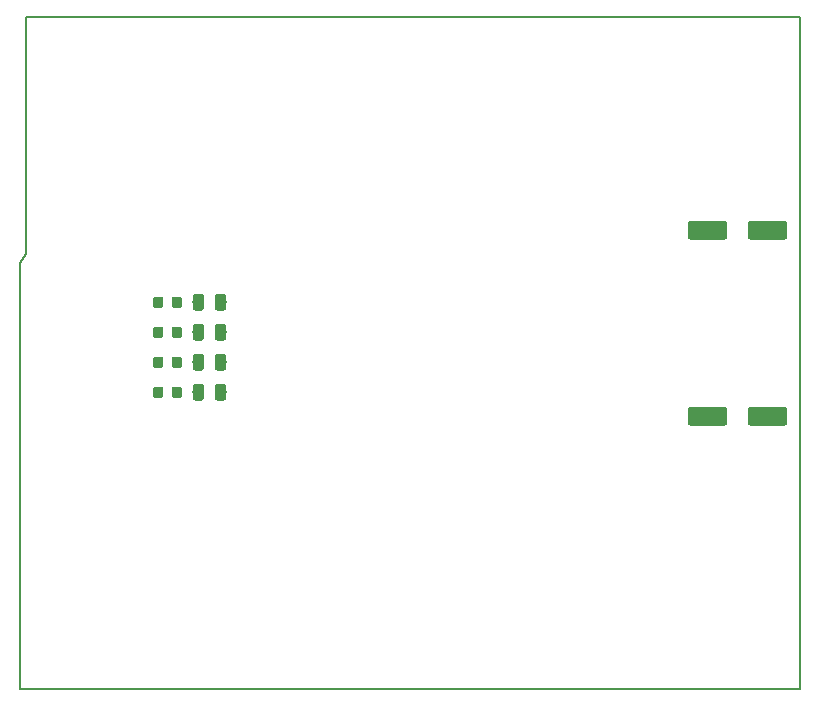
<source format=gbr>
G04 #@! TF.GenerationSoftware,KiCad,Pcbnew,(5.1.0)-1*
G04 #@! TF.CreationDate,2019-04-21T19:35:09+02:00*
G04 #@! TF.ProjectId,RM Board03,524d2042-6f61-4726-9430-332e6b696361,rev?*
G04 #@! TF.SameCoordinates,Original*
G04 #@! TF.FileFunction,Paste,Top*
G04 #@! TF.FilePolarity,Positive*
%FSLAX46Y46*%
G04 Gerber Fmt 4.6, Leading zero omitted, Abs format (unit mm)*
G04 Created by KiCad (PCBNEW (5.1.0)-1) date 2019-04-21 19:35:09*
%MOMM*%
%LPD*%
G04 APERTURE LIST*
%ADD10C,0.150000*%
%ADD11C,1.600000*%
%ADD12C,0.875000*%
%ADD13C,0.975000*%
G04 APERTURE END LIST*
D10*
X99314000Y-118872000D02*
X99314000Y-98806000D01*
X98806000Y-119634000D02*
X99314000Y-118872000D01*
X98806000Y-155702000D02*
X98806000Y-119634000D01*
X164846000Y-155702000D02*
X98806000Y-155702000D01*
X164846000Y-98806000D02*
X164846000Y-155702000D01*
X99314000Y-98806000D02*
X164846000Y-98806000D01*
G36*
X163486504Y-116041204D02*
G01*
X163510773Y-116044804D01*
X163534571Y-116050765D01*
X163557671Y-116059030D01*
X163579849Y-116069520D01*
X163600893Y-116082133D01*
X163620598Y-116096747D01*
X163638777Y-116113223D01*
X163655253Y-116131402D01*
X163669867Y-116151107D01*
X163682480Y-116172151D01*
X163692970Y-116194329D01*
X163701235Y-116217429D01*
X163707196Y-116241227D01*
X163710796Y-116265496D01*
X163712000Y-116290000D01*
X163712000Y-117390000D01*
X163710796Y-117414504D01*
X163707196Y-117438773D01*
X163701235Y-117462571D01*
X163692970Y-117485671D01*
X163682480Y-117507849D01*
X163669867Y-117528893D01*
X163655253Y-117548598D01*
X163638777Y-117566777D01*
X163620598Y-117583253D01*
X163600893Y-117597867D01*
X163579849Y-117610480D01*
X163557671Y-117620970D01*
X163534571Y-117629235D01*
X163510773Y-117635196D01*
X163486504Y-117638796D01*
X163462000Y-117640000D01*
X160637000Y-117640000D01*
X160612496Y-117638796D01*
X160588227Y-117635196D01*
X160564429Y-117629235D01*
X160541329Y-117620970D01*
X160519151Y-117610480D01*
X160498107Y-117597867D01*
X160478402Y-117583253D01*
X160460223Y-117566777D01*
X160443747Y-117548598D01*
X160429133Y-117528893D01*
X160416520Y-117507849D01*
X160406030Y-117485671D01*
X160397765Y-117462571D01*
X160391804Y-117438773D01*
X160388204Y-117414504D01*
X160387000Y-117390000D01*
X160387000Y-116290000D01*
X160388204Y-116265496D01*
X160391804Y-116241227D01*
X160397765Y-116217429D01*
X160406030Y-116194329D01*
X160416520Y-116172151D01*
X160429133Y-116151107D01*
X160443747Y-116131402D01*
X160460223Y-116113223D01*
X160478402Y-116096747D01*
X160498107Y-116082133D01*
X160519151Y-116069520D01*
X160541329Y-116059030D01*
X160564429Y-116050765D01*
X160588227Y-116044804D01*
X160612496Y-116041204D01*
X160637000Y-116040000D01*
X163462000Y-116040000D01*
X163486504Y-116041204D01*
X163486504Y-116041204D01*
G37*
D11*
X162049500Y-116840000D03*
D10*
G36*
X158411504Y-116041204D02*
G01*
X158435773Y-116044804D01*
X158459571Y-116050765D01*
X158482671Y-116059030D01*
X158504849Y-116069520D01*
X158525893Y-116082133D01*
X158545598Y-116096747D01*
X158563777Y-116113223D01*
X158580253Y-116131402D01*
X158594867Y-116151107D01*
X158607480Y-116172151D01*
X158617970Y-116194329D01*
X158626235Y-116217429D01*
X158632196Y-116241227D01*
X158635796Y-116265496D01*
X158637000Y-116290000D01*
X158637000Y-117390000D01*
X158635796Y-117414504D01*
X158632196Y-117438773D01*
X158626235Y-117462571D01*
X158617970Y-117485671D01*
X158607480Y-117507849D01*
X158594867Y-117528893D01*
X158580253Y-117548598D01*
X158563777Y-117566777D01*
X158545598Y-117583253D01*
X158525893Y-117597867D01*
X158504849Y-117610480D01*
X158482671Y-117620970D01*
X158459571Y-117629235D01*
X158435773Y-117635196D01*
X158411504Y-117638796D01*
X158387000Y-117640000D01*
X155562000Y-117640000D01*
X155537496Y-117638796D01*
X155513227Y-117635196D01*
X155489429Y-117629235D01*
X155466329Y-117620970D01*
X155444151Y-117610480D01*
X155423107Y-117597867D01*
X155403402Y-117583253D01*
X155385223Y-117566777D01*
X155368747Y-117548598D01*
X155354133Y-117528893D01*
X155341520Y-117507849D01*
X155331030Y-117485671D01*
X155322765Y-117462571D01*
X155316804Y-117438773D01*
X155313204Y-117414504D01*
X155312000Y-117390000D01*
X155312000Y-116290000D01*
X155313204Y-116265496D01*
X155316804Y-116241227D01*
X155322765Y-116217429D01*
X155331030Y-116194329D01*
X155341520Y-116172151D01*
X155354133Y-116151107D01*
X155368747Y-116131402D01*
X155385223Y-116113223D01*
X155403402Y-116096747D01*
X155423107Y-116082133D01*
X155444151Y-116069520D01*
X155466329Y-116059030D01*
X155489429Y-116050765D01*
X155513227Y-116044804D01*
X155537496Y-116041204D01*
X155562000Y-116040000D01*
X158387000Y-116040000D01*
X158411504Y-116041204D01*
X158411504Y-116041204D01*
G37*
D11*
X156974500Y-116840000D03*
D10*
G36*
X163486504Y-131789204D02*
G01*
X163510773Y-131792804D01*
X163534571Y-131798765D01*
X163557671Y-131807030D01*
X163579849Y-131817520D01*
X163600893Y-131830133D01*
X163620598Y-131844747D01*
X163638777Y-131861223D01*
X163655253Y-131879402D01*
X163669867Y-131899107D01*
X163682480Y-131920151D01*
X163692970Y-131942329D01*
X163701235Y-131965429D01*
X163707196Y-131989227D01*
X163710796Y-132013496D01*
X163712000Y-132038000D01*
X163712000Y-133138000D01*
X163710796Y-133162504D01*
X163707196Y-133186773D01*
X163701235Y-133210571D01*
X163692970Y-133233671D01*
X163682480Y-133255849D01*
X163669867Y-133276893D01*
X163655253Y-133296598D01*
X163638777Y-133314777D01*
X163620598Y-133331253D01*
X163600893Y-133345867D01*
X163579849Y-133358480D01*
X163557671Y-133368970D01*
X163534571Y-133377235D01*
X163510773Y-133383196D01*
X163486504Y-133386796D01*
X163462000Y-133388000D01*
X160637000Y-133388000D01*
X160612496Y-133386796D01*
X160588227Y-133383196D01*
X160564429Y-133377235D01*
X160541329Y-133368970D01*
X160519151Y-133358480D01*
X160498107Y-133345867D01*
X160478402Y-133331253D01*
X160460223Y-133314777D01*
X160443747Y-133296598D01*
X160429133Y-133276893D01*
X160416520Y-133255849D01*
X160406030Y-133233671D01*
X160397765Y-133210571D01*
X160391804Y-133186773D01*
X160388204Y-133162504D01*
X160387000Y-133138000D01*
X160387000Y-132038000D01*
X160388204Y-132013496D01*
X160391804Y-131989227D01*
X160397765Y-131965429D01*
X160406030Y-131942329D01*
X160416520Y-131920151D01*
X160429133Y-131899107D01*
X160443747Y-131879402D01*
X160460223Y-131861223D01*
X160478402Y-131844747D01*
X160498107Y-131830133D01*
X160519151Y-131817520D01*
X160541329Y-131807030D01*
X160564429Y-131798765D01*
X160588227Y-131792804D01*
X160612496Y-131789204D01*
X160637000Y-131788000D01*
X163462000Y-131788000D01*
X163486504Y-131789204D01*
X163486504Y-131789204D01*
G37*
D11*
X162049500Y-132588000D03*
D10*
G36*
X158411504Y-131789204D02*
G01*
X158435773Y-131792804D01*
X158459571Y-131798765D01*
X158482671Y-131807030D01*
X158504849Y-131817520D01*
X158525893Y-131830133D01*
X158545598Y-131844747D01*
X158563777Y-131861223D01*
X158580253Y-131879402D01*
X158594867Y-131899107D01*
X158607480Y-131920151D01*
X158617970Y-131942329D01*
X158626235Y-131965429D01*
X158632196Y-131989227D01*
X158635796Y-132013496D01*
X158637000Y-132038000D01*
X158637000Y-133138000D01*
X158635796Y-133162504D01*
X158632196Y-133186773D01*
X158626235Y-133210571D01*
X158617970Y-133233671D01*
X158607480Y-133255849D01*
X158594867Y-133276893D01*
X158580253Y-133296598D01*
X158563777Y-133314777D01*
X158545598Y-133331253D01*
X158525893Y-133345867D01*
X158504849Y-133358480D01*
X158482671Y-133368970D01*
X158459571Y-133377235D01*
X158435773Y-133383196D01*
X158411504Y-133386796D01*
X158387000Y-133388000D01*
X155562000Y-133388000D01*
X155537496Y-133386796D01*
X155513227Y-133383196D01*
X155489429Y-133377235D01*
X155466329Y-133368970D01*
X155444151Y-133358480D01*
X155423107Y-133345867D01*
X155403402Y-133331253D01*
X155385223Y-133314777D01*
X155368747Y-133296598D01*
X155354133Y-133276893D01*
X155341520Y-133255849D01*
X155331030Y-133233671D01*
X155322765Y-133210571D01*
X155316804Y-133186773D01*
X155313204Y-133162504D01*
X155312000Y-133138000D01*
X155312000Y-132038000D01*
X155313204Y-132013496D01*
X155316804Y-131989227D01*
X155322765Y-131965429D01*
X155331030Y-131942329D01*
X155341520Y-131920151D01*
X155354133Y-131899107D01*
X155368747Y-131879402D01*
X155385223Y-131861223D01*
X155403402Y-131844747D01*
X155423107Y-131830133D01*
X155444151Y-131817520D01*
X155466329Y-131807030D01*
X155489429Y-131798765D01*
X155513227Y-131792804D01*
X155537496Y-131789204D01*
X155562000Y-131788000D01*
X158387000Y-131788000D01*
X158411504Y-131789204D01*
X158411504Y-131789204D01*
G37*
D11*
X156974500Y-132588000D03*
D10*
G36*
X112279691Y-125002053D02*
G01*
X112300926Y-125005203D01*
X112321750Y-125010419D01*
X112341962Y-125017651D01*
X112361368Y-125026830D01*
X112379781Y-125037866D01*
X112397024Y-125050654D01*
X112412930Y-125065070D01*
X112427346Y-125080976D01*
X112440134Y-125098219D01*
X112451170Y-125116632D01*
X112460349Y-125136038D01*
X112467581Y-125156250D01*
X112472797Y-125177074D01*
X112475947Y-125198309D01*
X112477000Y-125219750D01*
X112477000Y-125732250D01*
X112475947Y-125753691D01*
X112472797Y-125774926D01*
X112467581Y-125795750D01*
X112460349Y-125815962D01*
X112451170Y-125835368D01*
X112440134Y-125853781D01*
X112427346Y-125871024D01*
X112412930Y-125886930D01*
X112397024Y-125901346D01*
X112379781Y-125914134D01*
X112361368Y-125925170D01*
X112341962Y-125934349D01*
X112321750Y-125941581D01*
X112300926Y-125946797D01*
X112279691Y-125949947D01*
X112258250Y-125951000D01*
X111820750Y-125951000D01*
X111799309Y-125949947D01*
X111778074Y-125946797D01*
X111757250Y-125941581D01*
X111737038Y-125934349D01*
X111717632Y-125925170D01*
X111699219Y-125914134D01*
X111681976Y-125901346D01*
X111666070Y-125886930D01*
X111651654Y-125871024D01*
X111638866Y-125853781D01*
X111627830Y-125835368D01*
X111618651Y-125815962D01*
X111611419Y-125795750D01*
X111606203Y-125774926D01*
X111603053Y-125753691D01*
X111602000Y-125732250D01*
X111602000Y-125219750D01*
X111603053Y-125198309D01*
X111606203Y-125177074D01*
X111611419Y-125156250D01*
X111618651Y-125136038D01*
X111627830Y-125116632D01*
X111638866Y-125098219D01*
X111651654Y-125080976D01*
X111666070Y-125065070D01*
X111681976Y-125050654D01*
X111699219Y-125037866D01*
X111717632Y-125026830D01*
X111737038Y-125017651D01*
X111757250Y-125010419D01*
X111778074Y-125005203D01*
X111799309Y-125002053D01*
X111820750Y-125001000D01*
X112258250Y-125001000D01*
X112279691Y-125002053D01*
X112279691Y-125002053D01*
G37*
D12*
X112039500Y-125476000D03*
D10*
G36*
X110704691Y-125002053D02*
G01*
X110725926Y-125005203D01*
X110746750Y-125010419D01*
X110766962Y-125017651D01*
X110786368Y-125026830D01*
X110804781Y-125037866D01*
X110822024Y-125050654D01*
X110837930Y-125065070D01*
X110852346Y-125080976D01*
X110865134Y-125098219D01*
X110876170Y-125116632D01*
X110885349Y-125136038D01*
X110892581Y-125156250D01*
X110897797Y-125177074D01*
X110900947Y-125198309D01*
X110902000Y-125219750D01*
X110902000Y-125732250D01*
X110900947Y-125753691D01*
X110897797Y-125774926D01*
X110892581Y-125795750D01*
X110885349Y-125815962D01*
X110876170Y-125835368D01*
X110865134Y-125853781D01*
X110852346Y-125871024D01*
X110837930Y-125886930D01*
X110822024Y-125901346D01*
X110804781Y-125914134D01*
X110786368Y-125925170D01*
X110766962Y-125934349D01*
X110746750Y-125941581D01*
X110725926Y-125946797D01*
X110704691Y-125949947D01*
X110683250Y-125951000D01*
X110245750Y-125951000D01*
X110224309Y-125949947D01*
X110203074Y-125946797D01*
X110182250Y-125941581D01*
X110162038Y-125934349D01*
X110142632Y-125925170D01*
X110124219Y-125914134D01*
X110106976Y-125901346D01*
X110091070Y-125886930D01*
X110076654Y-125871024D01*
X110063866Y-125853781D01*
X110052830Y-125835368D01*
X110043651Y-125815962D01*
X110036419Y-125795750D01*
X110031203Y-125774926D01*
X110028053Y-125753691D01*
X110027000Y-125732250D01*
X110027000Y-125219750D01*
X110028053Y-125198309D01*
X110031203Y-125177074D01*
X110036419Y-125156250D01*
X110043651Y-125136038D01*
X110052830Y-125116632D01*
X110063866Y-125098219D01*
X110076654Y-125080976D01*
X110091070Y-125065070D01*
X110106976Y-125050654D01*
X110124219Y-125037866D01*
X110142632Y-125026830D01*
X110162038Y-125017651D01*
X110182250Y-125010419D01*
X110203074Y-125005203D01*
X110224309Y-125002053D01*
X110245750Y-125001000D01*
X110683250Y-125001000D01*
X110704691Y-125002053D01*
X110704691Y-125002053D01*
G37*
D12*
X110464500Y-125476000D03*
D10*
G36*
X112279691Y-127542053D02*
G01*
X112300926Y-127545203D01*
X112321750Y-127550419D01*
X112341962Y-127557651D01*
X112361368Y-127566830D01*
X112379781Y-127577866D01*
X112397024Y-127590654D01*
X112412930Y-127605070D01*
X112427346Y-127620976D01*
X112440134Y-127638219D01*
X112451170Y-127656632D01*
X112460349Y-127676038D01*
X112467581Y-127696250D01*
X112472797Y-127717074D01*
X112475947Y-127738309D01*
X112477000Y-127759750D01*
X112477000Y-128272250D01*
X112475947Y-128293691D01*
X112472797Y-128314926D01*
X112467581Y-128335750D01*
X112460349Y-128355962D01*
X112451170Y-128375368D01*
X112440134Y-128393781D01*
X112427346Y-128411024D01*
X112412930Y-128426930D01*
X112397024Y-128441346D01*
X112379781Y-128454134D01*
X112361368Y-128465170D01*
X112341962Y-128474349D01*
X112321750Y-128481581D01*
X112300926Y-128486797D01*
X112279691Y-128489947D01*
X112258250Y-128491000D01*
X111820750Y-128491000D01*
X111799309Y-128489947D01*
X111778074Y-128486797D01*
X111757250Y-128481581D01*
X111737038Y-128474349D01*
X111717632Y-128465170D01*
X111699219Y-128454134D01*
X111681976Y-128441346D01*
X111666070Y-128426930D01*
X111651654Y-128411024D01*
X111638866Y-128393781D01*
X111627830Y-128375368D01*
X111618651Y-128355962D01*
X111611419Y-128335750D01*
X111606203Y-128314926D01*
X111603053Y-128293691D01*
X111602000Y-128272250D01*
X111602000Y-127759750D01*
X111603053Y-127738309D01*
X111606203Y-127717074D01*
X111611419Y-127696250D01*
X111618651Y-127676038D01*
X111627830Y-127656632D01*
X111638866Y-127638219D01*
X111651654Y-127620976D01*
X111666070Y-127605070D01*
X111681976Y-127590654D01*
X111699219Y-127577866D01*
X111717632Y-127566830D01*
X111737038Y-127557651D01*
X111757250Y-127550419D01*
X111778074Y-127545203D01*
X111799309Y-127542053D01*
X111820750Y-127541000D01*
X112258250Y-127541000D01*
X112279691Y-127542053D01*
X112279691Y-127542053D01*
G37*
D12*
X112039500Y-128016000D03*
D10*
G36*
X110704691Y-127542053D02*
G01*
X110725926Y-127545203D01*
X110746750Y-127550419D01*
X110766962Y-127557651D01*
X110786368Y-127566830D01*
X110804781Y-127577866D01*
X110822024Y-127590654D01*
X110837930Y-127605070D01*
X110852346Y-127620976D01*
X110865134Y-127638219D01*
X110876170Y-127656632D01*
X110885349Y-127676038D01*
X110892581Y-127696250D01*
X110897797Y-127717074D01*
X110900947Y-127738309D01*
X110902000Y-127759750D01*
X110902000Y-128272250D01*
X110900947Y-128293691D01*
X110897797Y-128314926D01*
X110892581Y-128335750D01*
X110885349Y-128355962D01*
X110876170Y-128375368D01*
X110865134Y-128393781D01*
X110852346Y-128411024D01*
X110837930Y-128426930D01*
X110822024Y-128441346D01*
X110804781Y-128454134D01*
X110786368Y-128465170D01*
X110766962Y-128474349D01*
X110746750Y-128481581D01*
X110725926Y-128486797D01*
X110704691Y-128489947D01*
X110683250Y-128491000D01*
X110245750Y-128491000D01*
X110224309Y-128489947D01*
X110203074Y-128486797D01*
X110182250Y-128481581D01*
X110162038Y-128474349D01*
X110142632Y-128465170D01*
X110124219Y-128454134D01*
X110106976Y-128441346D01*
X110091070Y-128426930D01*
X110076654Y-128411024D01*
X110063866Y-128393781D01*
X110052830Y-128375368D01*
X110043651Y-128355962D01*
X110036419Y-128335750D01*
X110031203Y-128314926D01*
X110028053Y-128293691D01*
X110027000Y-128272250D01*
X110027000Y-127759750D01*
X110028053Y-127738309D01*
X110031203Y-127717074D01*
X110036419Y-127696250D01*
X110043651Y-127676038D01*
X110052830Y-127656632D01*
X110063866Y-127638219D01*
X110076654Y-127620976D01*
X110091070Y-127605070D01*
X110106976Y-127590654D01*
X110124219Y-127577866D01*
X110142632Y-127566830D01*
X110162038Y-127557651D01*
X110182250Y-127550419D01*
X110203074Y-127545203D01*
X110224309Y-127542053D01*
X110245750Y-127541000D01*
X110683250Y-127541000D01*
X110704691Y-127542053D01*
X110704691Y-127542053D01*
G37*
D12*
X110464500Y-128016000D03*
D10*
G36*
X112279691Y-122462053D02*
G01*
X112300926Y-122465203D01*
X112321750Y-122470419D01*
X112341962Y-122477651D01*
X112361368Y-122486830D01*
X112379781Y-122497866D01*
X112397024Y-122510654D01*
X112412930Y-122525070D01*
X112427346Y-122540976D01*
X112440134Y-122558219D01*
X112451170Y-122576632D01*
X112460349Y-122596038D01*
X112467581Y-122616250D01*
X112472797Y-122637074D01*
X112475947Y-122658309D01*
X112477000Y-122679750D01*
X112477000Y-123192250D01*
X112475947Y-123213691D01*
X112472797Y-123234926D01*
X112467581Y-123255750D01*
X112460349Y-123275962D01*
X112451170Y-123295368D01*
X112440134Y-123313781D01*
X112427346Y-123331024D01*
X112412930Y-123346930D01*
X112397024Y-123361346D01*
X112379781Y-123374134D01*
X112361368Y-123385170D01*
X112341962Y-123394349D01*
X112321750Y-123401581D01*
X112300926Y-123406797D01*
X112279691Y-123409947D01*
X112258250Y-123411000D01*
X111820750Y-123411000D01*
X111799309Y-123409947D01*
X111778074Y-123406797D01*
X111757250Y-123401581D01*
X111737038Y-123394349D01*
X111717632Y-123385170D01*
X111699219Y-123374134D01*
X111681976Y-123361346D01*
X111666070Y-123346930D01*
X111651654Y-123331024D01*
X111638866Y-123313781D01*
X111627830Y-123295368D01*
X111618651Y-123275962D01*
X111611419Y-123255750D01*
X111606203Y-123234926D01*
X111603053Y-123213691D01*
X111602000Y-123192250D01*
X111602000Y-122679750D01*
X111603053Y-122658309D01*
X111606203Y-122637074D01*
X111611419Y-122616250D01*
X111618651Y-122596038D01*
X111627830Y-122576632D01*
X111638866Y-122558219D01*
X111651654Y-122540976D01*
X111666070Y-122525070D01*
X111681976Y-122510654D01*
X111699219Y-122497866D01*
X111717632Y-122486830D01*
X111737038Y-122477651D01*
X111757250Y-122470419D01*
X111778074Y-122465203D01*
X111799309Y-122462053D01*
X111820750Y-122461000D01*
X112258250Y-122461000D01*
X112279691Y-122462053D01*
X112279691Y-122462053D01*
G37*
D12*
X112039500Y-122936000D03*
D10*
G36*
X110704691Y-122462053D02*
G01*
X110725926Y-122465203D01*
X110746750Y-122470419D01*
X110766962Y-122477651D01*
X110786368Y-122486830D01*
X110804781Y-122497866D01*
X110822024Y-122510654D01*
X110837930Y-122525070D01*
X110852346Y-122540976D01*
X110865134Y-122558219D01*
X110876170Y-122576632D01*
X110885349Y-122596038D01*
X110892581Y-122616250D01*
X110897797Y-122637074D01*
X110900947Y-122658309D01*
X110902000Y-122679750D01*
X110902000Y-123192250D01*
X110900947Y-123213691D01*
X110897797Y-123234926D01*
X110892581Y-123255750D01*
X110885349Y-123275962D01*
X110876170Y-123295368D01*
X110865134Y-123313781D01*
X110852346Y-123331024D01*
X110837930Y-123346930D01*
X110822024Y-123361346D01*
X110804781Y-123374134D01*
X110786368Y-123385170D01*
X110766962Y-123394349D01*
X110746750Y-123401581D01*
X110725926Y-123406797D01*
X110704691Y-123409947D01*
X110683250Y-123411000D01*
X110245750Y-123411000D01*
X110224309Y-123409947D01*
X110203074Y-123406797D01*
X110182250Y-123401581D01*
X110162038Y-123394349D01*
X110142632Y-123385170D01*
X110124219Y-123374134D01*
X110106976Y-123361346D01*
X110091070Y-123346930D01*
X110076654Y-123331024D01*
X110063866Y-123313781D01*
X110052830Y-123295368D01*
X110043651Y-123275962D01*
X110036419Y-123255750D01*
X110031203Y-123234926D01*
X110028053Y-123213691D01*
X110027000Y-123192250D01*
X110027000Y-122679750D01*
X110028053Y-122658309D01*
X110031203Y-122637074D01*
X110036419Y-122616250D01*
X110043651Y-122596038D01*
X110052830Y-122576632D01*
X110063866Y-122558219D01*
X110076654Y-122540976D01*
X110091070Y-122525070D01*
X110106976Y-122510654D01*
X110124219Y-122497866D01*
X110142632Y-122486830D01*
X110162038Y-122477651D01*
X110182250Y-122470419D01*
X110203074Y-122465203D01*
X110224309Y-122462053D01*
X110245750Y-122461000D01*
X110683250Y-122461000D01*
X110704691Y-122462053D01*
X110704691Y-122462053D01*
G37*
D12*
X110464500Y-122936000D03*
D10*
G36*
X112279691Y-130082053D02*
G01*
X112300926Y-130085203D01*
X112321750Y-130090419D01*
X112341962Y-130097651D01*
X112361368Y-130106830D01*
X112379781Y-130117866D01*
X112397024Y-130130654D01*
X112412930Y-130145070D01*
X112427346Y-130160976D01*
X112440134Y-130178219D01*
X112451170Y-130196632D01*
X112460349Y-130216038D01*
X112467581Y-130236250D01*
X112472797Y-130257074D01*
X112475947Y-130278309D01*
X112477000Y-130299750D01*
X112477000Y-130812250D01*
X112475947Y-130833691D01*
X112472797Y-130854926D01*
X112467581Y-130875750D01*
X112460349Y-130895962D01*
X112451170Y-130915368D01*
X112440134Y-130933781D01*
X112427346Y-130951024D01*
X112412930Y-130966930D01*
X112397024Y-130981346D01*
X112379781Y-130994134D01*
X112361368Y-131005170D01*
X112341962Y-131014349D01*
X112321750Y-131021581D01*
X112300926Y-131026797D01*
X112279691Y-131029947D01*
X112258250Y-131031000D01*
X111820750Y-131031000D01*
X111799309Y-131029947D01*
X111778074Y-131026797D01*
X111757250Y-131021581D01*
X111737038Y-131014349D01*
X111717632Y-131005170D01*
X111699219Y-130994134D01*
X111681976Y-130981346D01*
X111666070Y-130966930D01*
X111651654Y-130951024D01*
X111638866Y-130933781D01*
X111627830Y-130915368D01*
X111618651Y-130895962D01*
X111611419Y-130875750D01*
X111606203Y-130854926D01*
X111603053Y-130833691D01*
X111602000Y-130812250D01*
X111602000Y-130299750D01*
X111603053Y-130278309D01*
X111606203Y-130257074D01*
X111611419Y-130236250D01*
X111618651Y-130216038D01*
X111627830Y-130196632D01*
X111638866Y-130178219D01*
X111651654Y-130160976D01*
X111666070Y-130145070D01*
X111681976Y-130130654D01*
X111699219Y-130117866D01*
X111717632Y-130106830D01*
X111737038Y-130097651D01*
X111757250Y-130090419D01*
X111778074Y-130085203D01*
X111799309Y-130082053D01*
X111820750Y-130081000D01*
X112258250Y-130081000D01*
X112279691Y-130082053D01*
X112279691Y-130082053D01*
G37*
D12*
X112039500Y-130556000D03*
D10*
G36*
X110704691Y-130082053D02*
G01*
X110725926Y-130085203D01*
X110746750Y-130090419D01*
X110766962Y-130097651D01*
X110786368Y-130106830D01*
X110804781Y-130117866D01*
X110822024Y-130130654D01*
X110837930Y-130145070D01*
X110852346Y-130160976D01*
X110865134Y-130178219D01*
X110876170Y-130196632D01*
X110885349Y-130216038D01*
X110892581Y-130236250D01*
X110897797Y-130257074D01*
X110900947Y-130278309D01*
X110902000Y-130299750D01*
X110902000Y-130812250D01*
X110900947Y-130833691D01*
X110897797Y-130854926D01*
X110892581Y-130875750D01*
X110885349Y-130895962D01*
X110876170Y-130915368D01*
X110865134Y-130933781D01*
X110852346Y-130951024D01*
X110837930Y-130966930D01*
X110822024Y-130981346D01*
X110804781Y-130994134D01*
X110786368Y-131005170D01*
X110766962Y-131014349D01*
X110746750Y-131021581D01*
X110725926Y-131026797D01*
X110704691Y-131029947D01*
X110683250Y-131031000D01*
X110245750Y-131031000D01*
X110224309Y-131029947D01*
X110203074Y-131026797D01*
X110182250Y-131021581D01*
X110162038Y-131014349D01*
X110142632Y-131005170D01*
X110124219Y-130994134D01*
X110106976Y-130981346D01*
X110091070Y-130966930D01*
X110076654Y-130951024D01*
X110063866Y-130933781D01*
X110052830Y-130915368D01*
X110043651Y-130895962D01*
X110036419Y-130875750D01*
X110031203Y-130854926D01*
X110028053Y-130833691D01*
X110027000Y-130812250D01*
X110027000Y-130299750D01*
X110028053Y-130278309D01*
X110031203Y-130257074D01*
X110036419Y-130236250D01*
X110043651Y-130216038D01*
X110052830Y-130196632D01*
X110063866Y-130178219D01*
X110076654Y-130160976D01*
X110091070Y-130145070D01*
X110106976Y-130130654D01*
X110124219Y-130117866D01*
X110142632Y-130106830D01*
X110162038Y-130097651D01*
X110182250Y-130090419D01*
X110203074Y-130085203D01*
X110224309Y-130082053D01*
X110245750Y-130081000D01*
X110683250Y-130081000D01*
X110704691Y-130082053D01*
X110704691Y-130082053D01*
G37*
D12*
X110464500Y-130556000D03*
D10*
G36*
X114138142Y-124777174D02*
G01*
X114161803Y-124780684D01*
X114185007Y-124786496D01*
X114207529Y-124794554D01*
X114229153Y-124804782D01*
X114249670Y-124817079D01*
X114268883Y-124831329D01*
X114286607Y-124847393D01*
X114302671Y-124865117D01*
X114316921Y-124884330D01*
X114329218Y-124904847D01*
X114339446Y-124926471D01*
X114347504Y-124948993D01*
X114353316Y-124972197D01*
X114356826Y-124995858D01*
X114358000Y-125019750D01*
X114358000Y-125932250D01*
X114356826Y-125956142D01*
X114353316Y-125979803D01*
X114347504Y-126003007D01*
X114339446Y-126025529D01*
X114329218Y-126047153D01*
X114316921Y-126067670D01*
X114302671Y-126086883D01*
X114286607Y-126104607D01*
X114268883Y-126120671D01*
X114249670Y-126134921D01*
X114229153Y-126147218D01*
X114207529Y-126157446D01*
X114185007Y-126165504D01*
X114161803Y-126171316D01*
X114138142Y-126174826D01*
X114114250Y-126176000D01*
X113626750Y-126176000D01*
X113602858Y-126174826D01*
X113579197Y-126171316D01*
X113555993Y-126165504D01*
X113533471Y-126157446D01*
X113511847Y-126147218D01*
X113491330Y-126134921D01*
X113472117Y-126120671D01*
X113454393Y-126104607D01*
X113438329Y-126086883D01*
X113424079Y-126067670D01*
X113411782Y-126047153D01*
X113401554Y-126025529D01*
X113393496Y-126003007D01*
X113387684Y-125979803D01*
X113384174Y-125956142D01*
X113383000Y-125932250D01*
X113383000Y-125019750D01*
X113384174Y-124995858D01*
X113387684Y-124972197D01*
X113393496Y-124948993D01*
X113401554Y-124926471D01*
X113411782Y-124904847D01*
X113424079Y-124884330D01*
X113438329Y-124865117D01*
X113454393Y-124847393D01*
X113472117Y-124831329D01*
X113491330Y-124817079D01*
X113511847Y-124804782D01*
X113533471Y-124794554D01*
X113555993Y-124786496D01*
X113579197Y-124780684D01*
X113602858Y-124777174D01*
X113626750Y-124776000D01*
X114114250Y-124776000D01*
X114138142Y-124777174D01*
X114138142Y-124777174D01*
G37*
D13*
X113870500Y-125476000D03*
D10*
G36*
X116013142Y-124777174D02*
G01*
X116036803Y-124780684D01*
X116060007Y-124786496D01*
X116082529Y-124794554D01*
X116104153Y-124804782D01*
X116124670Y-124817079D01*
X116143883Y-124831329D01*
X116161607Y-124847393D01*
X116177671Y-124865117D01*
X116191921Y-124884330D01*
X116204218Y-124904847D01*
X116214446Y-124926471D01*
X116222504Y-124948993D01*
X116228316Y-124972197D01*
X116231826Y-124995858D01*
X116233000Y-125019750D01*
X116233000Y-125932250D01*
X116231826Y-125956142D01*
X116228316Y-125979803D01*
X116222504Y-126003007D01*
X116214446Y-126025529D01*
X116204218Y-126047153D01*
X116191921Y-126067670D01*
X116177671Y-126086883D01*
X116161607Y-126104607D01*
X116143883Y-126120671D01*
X116124670Y-126134921D01*
X116104153Y-126147218D01*
X116082529Y-126157446D01*
X116060007Y-126165504D01*
X116036803Y-126171316D01*
X116013142Y-126174826D01*
X115989250Y-126176000D01*
X115501750Y-126176000D01*
X115477858Y-126174826D01*
X115454197Y-126171316D01*
X115430993Y-126165504D01*
X115408471Y-126157446D01*
X115386847Y-126147218D01*
X115366330Y-126134921D01*
X115347117Y-126120671D01*
X115329393Y-126104607D01*
X115313329Y-126086883D01*
X115299079Y-126067670D01*
X115286782Y-126047153D01*
X115276554Y-126025529D01*
X115268496Y-126003007D01*
X115262684Y-125979803D01*
X115259174Y-125956142D01*
X115258000Y-125932250D01*
X115258000Y-125019750D01*
X115259174Y-124995858D01*
X115262684Y-124972197D01*
X115268496Y-124948993D01*
X115276554Y-124926471D01*
X115286782Y-124904847D01*
X115299079Y-124884330D01*
X115313329Y-124865117D01*
X115329393Y-124847393D01*
X115347117Y-124831329D01*
X115366330Y-124817079D01*
X115386847Y-124804782D01*
X115408471Y-124794554D01*
X115430993Y-124786496D01*
X115454197Y-124780684D01*
X115477858Y-124777174D01*
X115501750Y-124776000D01*
X115989250Y-124776000D01*
X116013142Y-124777174D01*
X116013142Y-124777174D01*
G37*
D13*
X115745500Y-125476000D03*
D10*
G36*
X114138142Y-127317174D02*
G01*
X114161803Y-127320684D01*
X114185007Y-127326496D01*
X114207529Y-127334554D01*
X114229153Y-127344782D01*
X114249670Y-127357079D01*
X114268883Y-127371329D01*
X114286607Y-127387393D01*
X114302671Y-127405117D01*
X114316921Y-127424330D01*
X114329218Y-127444847D01*
X114339446Y-127466471D01*
X114347504Y-127488993D01*
X114353316Y-127512197D01*
X114356826Y-127535858D01*
X114358000Y-127559750D01*
X114358000Y-128472250D01*
X114356826Y-128496142D01*
X114353316Y-128519803D01*
X114347504Y-128543007D01*
X114339446Y-128565529D01*
X114329218Y-128587153D01*
X114316921Y-128607670D01*
X114302671Y-128626883D01*
X114286607Y-128644607D01*
X114268883Y-128660671D01*
X114249670Y-128674921D01*
X114229153Y-128687218D01*
X114207529Y-128697446D01*
X114185007Y-128705504D01*
X114161803Y-128711316D01*
X114138142Y-128714826D01*
X114114250Y-128716000D01*
X113626750Y-128716000D01*
X113602858Y-128714826D01*
X113579197Y-128711316D01*
X113555993Y-128705504D01*
X113533471Y-128697446D01*
X113511847Y-128687218D01*
X113491330Y-128674921D01*
X113472117Y-128660671D01*
X113454393Y-128644607D01*
X113438329Y-128626883D01*
X113424079Y-128607670D01*
X113411782Y-128587153D01*
X113401554Y-128565529D01*
X113393496Y-128543007D01*
X113387684Y-128519803D01*
X113384174Y-128496142D01*
X113383000Y-128472250D01*
X113383000Y-127559750D01*
X113384174Y-127535858D01*
X113387684Y-127512197D01*
X113393496Y-127488993D01*
X113401554Y-127466471D01*
X113411782Y-127444847D01*
X113424079Y-127424330D01*
X113438329Y-127405117D01*
X113454393Y-127387393D01*
X113472117Y-127371329D01*
X113491330Y-127357079D01*
X113511847Y-127344782D01*
X113533471Y-127334554D01*
X113555993Y-127326496D01*
X113579197Y-127320684D01*
X113602858Y-127317174D01*
X113626750Y-127316000D01*
X114114250Y-127316000D01*
X114138142Y-127317174D01*
X114138142Y-127317174D01*
G37*
D13*
X113870500Y-128016000D03*
D10*
G36*
X116013142Y-127317174D02*
G01*
X116036803Y-127320684D01*
X116060007Y-127326496D01*
X116082529Y-127334554D01*
X116104153Y-127344782D01*
X116124670Y-127357079D01*
X116143883Y-127371329D01*
X116161607Y-127387393D01*
X116177671Y-127405117D01*
X116191921Y-127424330D01*
X116204218Y-127444847D01*
X116214446Y-127466471D01*
X116222504Y-127488993D01*
X116228316Y-127512197D01*
X116231826Y-127535858D01*
X116233000Y-127559750D01*
X116233000Y-128472250D01*
X116231826Y-128496142D01*
X116228316Y-128519803D01*
X116222504Y-128543007D01*
X116214446Y-128565529D01*
X116204218Y-128587153D01*
X116191921Y-128607670D01*
X116177671Y-128626883D01*
X116161607Y-128644607D01*
X116143883Y-128660671D01*
X116124670Y-128674921D01*
X116104153Y-128687218D01*
X116082529Y-128697446D01*
X116060007Y-128705504D01*
X116036803Y-128711316D01*
X116013142Y-128714826D01*
X115989250Y-128716000D01*
X115501750Y-128716000D01*
X115477858Y-128714826D01*
X115454197Y-128711316D01*
X115430993Y-128705504D01*
X115408471Y-128697446D01*
X115386847Y-128687218D01*
X115366330Y-128674921D01*
X115347117Y-128660671D01*
X115329393Y-128644607D01*
X115313329Y-128626883D01*
X115299079Y-128607670D01*
X115286782Y-128587153D01*
X115276554Y-128565529D01*
X115268496Y-128543007D01*
X115262684Y-128519803D01*
X115259174Y-128496142D01*
X115258000Y-128472250D01*
X115258000Y-127559750D01*
X115259174Y-127535858D01*
X115262684Y-127512197D01*
X115268496Y-127488993D01*
X115276554Y-127466471D01*
X115286782Y-127444847D01*
X115299079Y-127424330D01*
X115313329Y-127405117D01*
X115329393Y-127387393D01*
X115347117Y-127371329D01*
X115366330Y-127357079D01*
X115386847Y-127344782D01*
X115408471Y-127334554D01*
X115430993Y-127326496D01*
X115454197Y-127320684D01*
X115477858Y-127317174D01*
X115501750Y-127316000D01*
X115989250Y-127316000D01*
X116013142Y-127317174D01*
X116013142Y-127317174D01*
G37*
D13*
X115745500Y-128016000D03*
D10*
G36*
X114138142Y-122237174D02*
G01*
X114161803Y-122240684D01*
X114185007Y-122246496D01*
X114207529Y-122254554D01*
X114229153Y-122264782D01*
X114249670Y-122277079D01*
X114268883Y-122291329D01*
X114286607Y-122307393D01*
X114302671Y-122325117D01*
X114316921Y-122344330D01*
X114329218Y-122364847D01*
X114339446Y-122386471D01*
X114347504Y-122408993D01*
X114353316Y-122432197D01*
X114356826Y-122455858D01*
X114358000Y-122479750D01*
X114358000Y-123392250D01*
X114356826Y-123416142D01*
X114353316Y-123439803D01*
X114347504Y-123463007D01*
X114339446Y-123485529D01*
X114329218Y-123507153D01*
X114316921Y-123527670D01*
X114302671Y-123546883D01*
X114286607Y-123564607D01*
X114268883Y-123580671D01*
X114249670Y-123594921D01*
X114229153Y-123607218D01*
X114207529Y-123617446D01*
X114185007Y-123625504D01*
X114161803Y-123631316D01*
X114138142Y-123634826D01*
X114114250Y-123636000D01*
X113626750Y-123636000D01*
X113602858Y-123634826D01*
X113579197Y-123631316D01*
X113555993Y-123625504D01*
X113533471Y-123617446D01*
X113511847Y-123607218D01*
X113491330Y-123594921D01*
X113472117Y-123580671D01*
X113454393Y-123564607D01*
X113438329Y-123546883D01*
X113424079Y-123527670D01*
X113411782Y-123507153D01*
X113401554Y-123485529D01*
X113393496Y-123463007D01*
X113387684Y-123439803D01*
X113384174Y-123416142D01*
X113383000Y-123392250D01*
X113383000Y-122479750D01*
X113384174Y-122455858D01*
X113387684Y-122432197D01*
X113393496Y-122408993D01*
X113401554Y-122386471D01*
X113411782Y-122364847D01*
X113424079Y-122344330D01*
X113438329Y-122325117D01*
X113454393Y-122307393D01*
X113472117Y-122291329D01*
X113491330Y-122277079D01*
X113511847Y-122264782D01*
X113533471Y-122254554D01*
X113555993Y-122246496D01*
X113579197Y-122240684D01*
X113602858Y-122237174D01*
X113626750Y-122236000D01*
X114114250Y-122236000D01*
X114138142Y-122237174D01*
X114138142Y-122237174D01*
G37*
D13*
X113870500Y-122936000D03*
D10*
G36*
X116013142Y-122237174D02*
G01*
X116036803Y-122240684D01*
X116060007Y-122246496D01*
X116082529Y-122254554D01*
X116104153Y-122264782D01*
X116124670Y-122277079D01*
X116143883Y-122291329D01*
X116161607Y-122307393D01*
X116177671Y-122325117D01*
X116191921Y-122344330D01*
X116204218Y-122364847D01*
X116214446Y-122386471D01*
X116222504Y-122408993D01*
X116228316Y-122432197D01*
X116231826Y-122455858D01*
X116233000Y-122479750D01*
X116233000Y-123392250D01*
X116231826Y-123416142D01*
X116228316Y-123439803D01*
X116222504Y-123463007D01*
X116214446Y-123485529D01*
X116204218Y-123507153D01*
X116191921Y-123527670D01*
X116177671Y-123546883D01*
X116161607Y-123564607D01*
X116143883Y-123580671D01*
X116124670Y-123594921D01*
X116104153Y-123607218D01*
X116082529Y-123617446D01*
X116060007Y-123625504D01*
X116036803Y-123631316D01*
X116013142Y-123634826D01*
X115989250Y-123636000D01*
X115501750Y-123636000D01*
X115477858Y-123634826D01*
X115454197Y-123631316D01*
X115430993Y-123625504D01*
X115408471Y-123617446D01*
X115386847Y-123607218D01*
X115366330Y-123594921D01*
X115347117Y-123580671D01*
X115329393Y-123564607D01*
X115313329Y-123546883D01*
X115299079Y-123527670D01*
X115286782Y-123507153D01*
X115276554Y-123485529D01*
X115268496Y-123463007D01*
X115262684Y-123439803D01*
X115259174Y-123416142D01*
X115258000Y-123392250D01*
X115258000Y-122479750D01*
X115259174Y-122455858D01*
X115262684Y-122432197D01*
X115268496Y-122408993D01*
X115276554Y-122386471D01*
X115286782Y-122364847D01*
X115299079Y-122344330D01*
X115313329Y-122325117D01*
X115329393Y-122307393D01*
X115347117Y-122291329D01*
X115366330Y-122277079D01*
X115386847Y-122264782D01*
X115408471Y-122254554D01*
X115430993Y-122246496D01*
X115454197Y-122240684D01*
X115477858Y-122237174D01*
X115501750Y-122236000D01*
X115989250Y-122236000D01*
X116013142Y-122237174D01*
X116013142Y-122237174D01*
G37*
D13*
X115745500Y-122936000D03*
D10*
G36*
X114138142Y-129857174D02*
G01*
X114161803Y-129860684D01*
X114185007Y-129866496D01*
X114207529Y-129874554D01*
X114229153Y-129884782D01*
X114249670Y-129897079D01*
X114268883Y-129911329D01*
X114286607Y-129927393D01*
X114302671Y-129945117D01*
X114316921Y-129964330D01*
X114329218Y-129984847D01*
X114339446Y-130006471D01*
X114347504Y-130028993D01*
X114353316Y-130052197D01*
X114356826Y-130075858D01*
X114358000Y-130099750D01*
X114358000Y-131012250D01*
X114356826Y-131036142D01*
X114353316Y-131059803D01*
X114347504Y-131083007D01*
X114339446Y-131105529D01*
X114329218Y-131127153D01*
X114316921Y-131147670D01*
X114302671Y-131166883D01*
X114286607Y-131184607D01*
X114268883Y-131200671D01*
X114249670Y-131214921D01*
X114229153Y-131227218D01*
X114207529Y-131237446D01*
X114185007Y-131245504D01*
X114161803Y-131251316D01*
X114138142Y-131254826D01*
X114114250Y-131256000D01*
X113626750Y-131256000D01*
X113602858Y-131254826D01*
X113579197Y-131251316D01*
X113555993Y-131245504D01*
X113533471Y-131237446D01*
X113511847Y-131227218D01*
X113491330Y-131214921D01*
X113472117Y-131200671D01*
X113454393Y-131184607D01*
X113438329Y-131166883D01*
X113424079Y-131147670D01*
X113411782Y-131127153D01*
X113401554Y-131105529D01*
X113393496Y-131083007D01*
X113387684Y-131059803D01*
X113384174Y-131036142D01*
X113383000Y-131012250D01*
X113383000Y-130099750D01*
X113384174Y-130075858D01*
X113387684Y-130052197D01*
X113393496Y-130028993D01*
X113401554Y-130006471D01*
X113411782Y-129984847D01*
X113424079Y-129964330D01*
X113438329Y-129945117D01*
X113454393Y-129927393D01*
X113472117Y-129911329D01*
X113491330Y-129897079D01*
X113511847Y-129884782D01*
X113533471Y-129874554D01*
X113555993Y-129866496D01*
X113579197Y-129860684D01*
X113602858Y-129857174D01*
X113626750Y-129856000D01*
X114114250Y-129856000D01*
X114138142Y-129857174D01*
X114138142Y-129857174D01*
G37*
D13*
X113870500Y-130556000D03*
D10*
G36*
X116013142Y-129857174D02*
G01*
X116036803Y-129860684D01*
X116060007Y-129866496D01*
X116082529Y-129874554D01*
X116104153Y-129884782D01*
X116124670Y-129897079D01*
X116143883Y-129911329D01*
X116161607Y-129927393D01*
X116177671Y-129945117D01*
X116191921Y-129964330D01*
X116204218Y-129984847D01*
X116214446Y-130006471D01*
X116222504Y-130028993D01*
X116228316Y-130052197D01*
X116231826Y-130075858D01*
X116233000Y-130099750D01*
X116233000Y-131012250D01*
X116231826Y-131036142D01*
X116228316Y-131059803D01*
X116222504Y-131083007D01*
X116214446Y-131105529D01*
X116204218Y-131127153D01*
X116191921Y-131147670D01*
X116177671Y-131166883D01*
X116161607Y-131184607D01*
X116143883Y-131200671D01*
X116124670Y-131214921D01*
X116104153Y-131227218D01*
X116082529Y-131237446D01*
X116060007Y-131245504D01*
X116036803Y-131251316D01*
X116013142Y-131254826D01*
X115989250Y-131256000D01*
X115501750Y-131256000D01*
X115477858Y-131254826D01*
X115454197Y-131251316D01*
X115430993Y-131245504D01*
X115408471Y-131237446D01*
X115386847Y-131227218D01*
X115366330Y-131214921D01*
X115347117Y-131200671D01*
X115329393Y-131184607D01*
X115313329Y-131166883D01*
X115299079Y-131147670D01*
X115286782Y-131127153D01*
X115276554Y-131105529D01*
X115268496Y-131083007D01*
X115262684Y-131059803D01*
X115259174Y-131036142D01*
X115258000Y-131012250D01*
X115258000Y-130099750D01*
X115259174Y-130075858D01*
X115262684Y-130052197D01*
X115268496Y-130028993D01*
X115276554Y-130006471D01*
X115286782Y-129984847D01*
X115299079Y-129964330D01*
X115313329Y-129945117D01*
X115329393Y-129927393D01*
X115347117Y-129911329D01*
X115366330Y-129897079D01*
X115386847Y-129884782D01*
X115408471Y-129874554D01*
X115430993Y-129866496D01*
X115454197Y-129860684D01*
X115477858Y-129857174D01*
X115501750Y-129856000D01*
X115989250Y-129856000D01*
X116013142Y-129857174D01*
X116013142Y-129857174D01*
G37*
D13*
X115745500Y-130556000D03*
M02*

</source>
